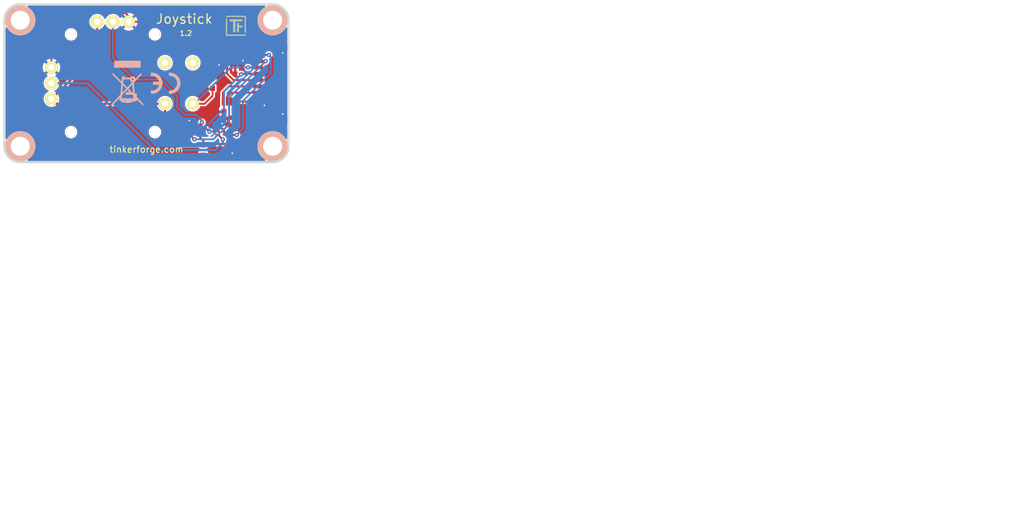
<source format=kicad_pcb>
(kicad_pcb (version 20221018) (generator pcbnew)
  (title_block (title "Joystick Bricklet") (date "18 jan 2013") (rev "1.1") (company "Tinkerforge GmbH") (comment 1 "Licensed under CERN OHL v.1.1") (comment 2 "Copyright (©) 2011, B.Nordmeyer <bastian@tinkerforge.com>"))
  (layers (0 "F.Cu" signal "Vorderseite") (31 "B.Cu" signal "Rückseite") (34 "B.Paste" user) (35 "F.Paste" user) (36 "B.SilkS" user "B.Silkscreen") (37 "F.SilkS" user "F.Silkscreen") (38 "B.Mask" user) (39 "F.Mask" user) (44 "Edge.Cuts" user))
  (net 0 "")
  (net 1 "A1")
  (net 2 "A2")
  (net 3 "GND")
  (net 4 "IN_1")
  (net 5 "SCL")
  (net 6 "SDA")
  (net 7 "SWITCH")
  (net 8 "VCC")
  (net 9 "X")
  (net 10 "Y")
  (net 11 "Net-(P1-Pad1)")
  (net 12 "Net-(P1-Pad6)")
  (net 13 "Net-(U1-Pad7)")
  (footprint "kicad-libraries:Joystick_Button" (layer "F.Cu") (at 138.82116 97.99828 90)
    (fp_text reference "U3")
    (fp_text value "JOYSTICK_BUTTON")
    (pad "" thru_hole circle (at -7.74954 -6.64972 90) (size 1.50114 1.50114) (drill 1.50114) (layers "*.Cu" "*.Mask" "F.SilkS"))
    (pad "" thru_hole circle (at -7.74954 6.64972 90) (size 1.50114 1.50114) (drill 1.50114) (layers "*.Cu" "*.Mask" "F.SilkS"))
    (pad "" thru_hole circle (at 3.2512 8.24992 90) (size 1.99898 1.99898) (drill 1.00076) (layers "*.Cu" "*.Mask" "F.SilkS"))
    (pad "" thru_hole circle (at 3.2512 12.6492 90) (size 1.99898 1.99898) (drill 1.00076) (layers "*.Cu" "*.Mask" "F.SilkS"))
    (pad "" thru_hole circle (at 7.74954 -6.64972 90) (size 1.50114 1.50114) (drill 1.50114) (layers "*.Cu" "*.Mask" "F.SilkS"))
    (pad "" thru_hole circle (at 7.74954 6.64972 90) (size 1.50114 1.50114) (drill 1.50114) (layers "*.Cu" "*.Mask" "F.SilkS"))
    (pad "SW1" thru_hole circle (at -3.2512 8.24992 90) (size 1.99898 1.99898) (drill 1.00076) (layers "*.Cu" "*.Mask" "F.SilkS") (net 8 "VCC"))
    (pad "SW2" thru_hole circle (at -3.2512 12.6492 90) (size 1.99898 1.99898) (drill 1.00076) (layers "*.Cu" "*.Mask" "F.SilkS") (net 7 "SWITCH"))
    (pad "X1" thru_hole circle (at 9.75106 -2.49936 90) (size 1.99898 1.99898) (drill 1.00076) (layers "*.Cu" "*.Mask" "F.SilkS") (net 8 "VCC"))
    (pad "X2" thru_hole circle (at 9.75106 0 90) (size 1.99898 1.99898) (drill 1.00076) (layers "*.Cu" "*.Mask" "F.SilkS") (net 9 "X"))
    (pad "X3" thru_hole circle (at 9.75106 2.49936 90) (size 1.99898 1.99898) (drill 1.00076) (layers "*.Cu" "*.Mask" "F.SilkS") (net 3 "GND"))
    (pad "Y1" thru_hole circle (at -2.49936 -9.75106 90) (size 1.99898 1.99898) (drill 1.00076) (layers "*.Cu" "*.Mask" "F.SilkS") (net 8 "VCC"))
    (pad "Y2" thru_hole circle (at 0 -9.75106 90) (size 1.99898 1.99898) (drill 1.00076) (layers "*.Cu" "*.Mask" "F.SilkS") (net 10 "Y"))
    (pad "Y3" thru_hole circle (at 2.49936 -9.75106 90) (size 1.99898 1.99898) (drill 1.00076) (layers "*.Cu" "*.Mask" "F.SilkS") (net 3 "GND"))
  )
  (footprint "kicad-libraries:Logo_31x31" (layer "F.Cu") (at 156.72054 87.2998)
    (fp_text reference "Ref**" hide)
    (fp_text value "Val**" hide)
  )
  (footprint "kicad-libraries:Fiducial_Mark" (layer "F.Cu") (at 160.62452 108.99902)
    (fp_text reference "Fiducial_Mark" hide)
    (fp_text value "VAL**" hide)
    (pad "1" smd circle (at 0 0) (size 1.00076 1.00076) (layers "F.Cu" "F.Paste" "F.Mask") (clearance 0.65024))
  )
  (footprint "kicad-libraries:Fiducial_Mark" (layer "F.Cu") (at 123.22556 91.69908)
    (fp_text reference "Fiducial_Mark" hide)
    (fp_text value "VAL**" hide)
    (pad "1" smd circle (at 0 0) (size 1.00076 1.00076) (layers "F.Cu" "F.Paste" "F.Mask") (clearance 0.65024))
  )
  (footprint "C0603" (layer "F.Cu") (at 157.22092 102.49916)
    (fp_text reference "C1")
    (fp_text value "100nF")
    (pad "1" smd rect (at -0.8001 0) (size 0.8001 0.8001) (layers "F.Cu" "F.Paste" "F.Mask") (net 3 "GND"))
    (pad "2" smd rect (at 0.8001 0) (size 0.8001 0.8001) (layers "F.Cu" "F.Paste" "F.Mask") (net 8 "VCC"))
  )
  (footprint "C0603" (layer "F.Cu") (at 153.12644 108.60024 90)
    (fp_text reference "C2")
    (fp_text value "1µF")
    (pad "1" smd rect (at -0.8001 0 90) (size 0.8001 0.8001) (layers "F.Cu" "F.Paste" "F.Mask") (net 3 "GND"))
    (pad "2" smd rect (at 0.8001 0 90) (size 0.8001 0.8001) (layers "F.Cu" "F.Paste" "F.Mask") (net 8 "VCC"))
  )
  (footprint "CON-SENSOR" (layer "F.Cu") (at 166.62146 97.99828 90)
    (fp_text reference "P1")
    (fp_text value "CON-SENSOR")
    (pad "1" smd rect (at -4.50088 -4.7752 90) (size 0.59944 1.5494) (layers "F.Cu" "F.Paste" "F.Mask") (net 11 "Net-(P1-Pad1)"))
    (pad "2" smd rect (at -3.50012 -4.7752 90) (size 0.59944 1.5494) (layers "F.Cu" "F.Paste" "F.Mask") (net 3 "GND"))
    (pad "3" smd rect (at -2.49936 -4.7752 90) (size 0.59944 1.5494) (layers "F.Cu" "F.Paste" "F.Mask") (net 8 "VCC"))
    (pad "4" smd rect (at -1.50114 -4.7752 90) (size 0.59944 1.5494) (layers "F.Cu" "F.Paste" "F.Mask") (net 5 "SCL"))
    (pad "5" smd rect (at -0.50038 -4.7752 90) (size 0.59944 1.5494) (layers "F.Cu" "F.Paste" "F.Mask") (net 6 "SDA"))
    (pad "6" smd rect (at 0.50038 -4.7752 90) (size 0.59944 1.5494) (layers "F.Cu" "F.Paste" "F.Mask") (net 12 "Net-(P1-Pad6)"))
    (pad "7" smd rect (at 1.50114 -4.7752 90) (size 0.59944 1.5494) (layers "F.Cu" "F.Paste" "F.Mask") (net 4 "IN_1"))
    (pad "8" smd rect (at 2.49936 -4.7752 90) (size 0.59944 1.5494) (layers "F.Cu" "F.Paste" "F.Mask") (net 7 "SWITCH"))
    (pad "9" smd rect (at 3.50012 -4.7752 90) (size 0.59944 1.5494) (layers "F.Cu" "F.Paste" "F.Mask") (net 1 "A1"))
    (pad "10" smd rect (at 4.50088 -4.7752 90) (size 0.59944 1.5494) (layers "F.Cu" "F.Paste" "F.Mask") (net 2 "A2"))
    (pad "EP" smd rect (at -5.79882 -0.89916 90) (size 1.19888 1.80086) (layers "F.Cu" "F.Paste" "F.Mask") (net 3 "GND"))
    (pad "EP" smd rect (at 5.79882 -0.89916 90) (size 1.19888 1.80086) (layers "F.Cu" "F.Paste" "F.Mask") (net 3 "GND"))
  )
  (footprint "R0603" (layer "F.Cu") (at 157.099 105.39984 90)
    (fp_text reference "R1")
    (fp_text value "10k")
    (pad "1" smd rect (at -0.8001 0 90) (size 0.8001 0.8001) (layers "F.Cu" "F.Paste" "F.Mask") (net 2 "A2"))
    (pad "2" smd rect (at 0.8001 0 90) (size 0.8001 0.8001) (layers "F.Cu" "F.Paste" "F.Mask") (net 3 "GND"))
  )
  (footprint "R0603" (layer "F.Cu") (at 150.89886 105.39984 90)
    (fp_text reference "R2")
    (fp_text value "10k")
    (pad "1" smd rect (at -0.8001 0 90) (size 0.8001 0.8001) (layers "F.Cu" "F.Paste" "F.Mask") (net 1 "A1"))
    (pad "2" smd rect (at 0.8001 0 90) (size 0.8001 0.8001) (layers "F.Cu" "F.Paste" "F.Mask") (net 3 "GND"))
  )
  (footprint "R0603" (layer "F.Cu") (at 154.59964 98.00082 90)
    (fp_text reference "R3")
    (fp_text value "10k")
    (pad "1" smd rect (at -0.8001 0 90) (size 0.8001 0.8001) (layers "F.Cu" "F.Paste" "F.Mask") (net 7 "SWITCH"))
    (pad "2" smd rect (at 0.8001 0 90) (size 0.8001 0.8001) (layers "F.Cu" "F.Paste" "F.Mask") (net 3 "GND"))
  )
  (footprint "TSSOP8" (layer "F.Cu") (at 157.22092 97.99828 180)
    (fp_text reference "U1")
    (fp_text value "M24C64")
    (pad "1" smd rect (at -0.97282 2.89814) (size 0.39878 1.29794) (layers "F.Cu" "F.Paste" "F.Mask") (net 3 "GND"))
    (pad "2" smd rect (at -0.32258 2.89814) (size 0.39878 1.29794) (layers "F.Cu" "F.Paste" "F.Mask") (net 3 "GND"))
    (pad "3" smd rect (at 0.32258 2.89814) (size 0.39878 1.29794) (layers "F.Cu" "F.Paste" "F.Mask") (net 12 "Net-(P1-Pad6)"))
    (pad "4" smd rect (at 0.97282 2.89814) (size 0.39878 1.29794) (layers "F.Cu" "F.Paste" "F.Mask") (net 3 "GND"))
    (pad "5" smd rect (at 0.97282 -2.89814 180) (size 0.39878 1.29794) (layers "F.Cu" "F.Paste" "F.Mask") (net 6 "SDA"))
    (pad "6" smd rect (at 0.32258 -2.89814 180) (size 0.39878 1.29794) (layers "F.Cu" "F.Paste" "F.Mask") (net 5 "SCL"))
    (pad "7" smd rect (at -0.32258 -2.89814 180) (size 0.39878 1.29794) (layers "F.Cu" "F.Paste" "F.Mask") (net 13 "Net-(U1-Pad7)"))
    (pad "8" smd rect (at -0.97282 -2.89814 180) (size 0.39878 1.29794) (layers "F.Cu" "F.Paste" "F.Mask") (net 8 "VCC"))
  )
  (footprint "VSSOP8" (layer "F.Cu") (at 154.02052 105.3973 90)
    (fp_text reference "U2")
    (fp_text value "NC7WB66K8X")
    (pad "1" smd rect (at -0.7493 1.37414 270) (size 0.29972 0.7493) (layers "F.Cu" "F.Paste" "F.Mask") (net 10 "Y"))
    (pad "2" smd rect (at -0.24892 1.37414 270) (size 0.29972 0.7493) (layers "F.Cu" "F.Paste" "F.Mask") (net 4 "IN_1"))
    (pad "3" smd rect (at 0.24892 1.37414 270) (size 0.29972 0.7493) (layers "F.Cu" "F.Paste" "F.Mask") (net 2 "A2"))
    (pad "4" smd rect (at 0.7493 1.37414 270) (size 0.29972 0.7493) (layers "F.Cu" "F.Paste" "F.Mask") (net 3 "GND"))
    (pad "5" smd rect (at 0.7493 -1.37414 90) (size 0.29972 0.7493) (layers "F.Cu" "F.Paste" "F.Mask") (net 9 "X"))
    (pad "6" smd rect (at 0.24892 -1.37414 90) (size 0.29972 0.7493) (layers "F.Cu" "F.Paste" "F.Mask") (net 4 "IN_1"))
    (pad "7" smd rect (at -0.24892 -1.37414 90) (size 0.29972 0.7493) (layers "F.Cu" "F.Paste" "F.Mask") (net 1 "A1"))
    (pad "8" smd rect (at -0.7493 -1.37414 90) (size 0.29972 0.7493) (layers "F.Cu" "F.Paste" "F.Mask") (net 8 "VCC"))
  )
  (footprint "DRILL_NP" (layer "F.Cu") (at 164.1221 87.9983)
    (fp_text reference "U4" hide)
    (fp_text value "DRILL" hide)
    (pad "" np_thru_hole circle (at 0 0) (size 2.99974 2.99974) (drill 2.99974) (layers "*.Cu" "*.Mask" "F.SilkS") (clearance 0.89916))
  )
  (footprint "DRILL_NP" (layer "F.Cu") (at 164.1221 107.99826)
    (fp_text reference "U5" hide)
    (fp_text value "DRILL" hide)
    (pad "" np_thru_hole circle (at 0 0) (size 2.99974 2.99974) (drill 2.99974) (layers "*.Cu" "*.Mask" "F.SilkS") (clearance 0.89916))
  )
  (footprint "DRILL_NP" (layer "F.Cu") (at 124.12218 107.99826)
    (fp_text reference "U6" hide)
    (fp_text value "DRILL" hide)
    (pad "" np_thru_hole circle (at 0 0) (size 2.99974 2.99974) (drill 2.99974) (layers "*.Cu" "*.Mask" "F.SilkS") (clearance 0.89916))
  )
  (footprint "DRILL_NP" (layer "F.Cu") (at 124.12218 87.9983)
    (fp_text reference "U7" hide)
    (fp_text value "DRILL" hide)
    (pad "" np_thru_hole circle (at 0 0) (size 2.99974 2.99974) (drill 2.99974) (layers "*.Cu" "*.Mask" "F.SilkS") (clearance 0.89916))
  )
  (footprint "kicad-libraries:WEEE_7mm" (layer "B.Cu") (at 141.125 98)
    (fp_text reference "VAL" hide)
    (fp_text value "WEEE_7mm" hide)
  )
  (footprint "kicad-libraries:CE_5mm" (layer "B.Cu") (at 147.125 98 180)
    (fp_text reference "VAL" hide)
    (fp_text value "CE_5mm" hide)
  )
  (gr_line (start 124.12218 110.49762) (end 164.1221 110.49762) (stroke (width 0.381)) (layer "Edge.Cuts"))
  (gr_arc (start 121.62282 87.9983) (mid 122.354866 86.230986) (end 124.12218 85.49894) (stroke (width 0.381)) (layer "Edge.Cuts"))
  (gr_line (start 164.1221 85.49894) (end 124.12218 85.49894) (stroke (width 0.381)) (layer "Edge.Cuts"))
  (gr_line (start 121.62282 87.9983) (end 121.62282 107.99826) (stroke (width 0.381)) (layer "Edge.Cuts"))
  (gr_line (start 166.62146 87.9983) (end 166.62146 107.99826) (stroke (width 0.381)) (layer "Edge.Cuts"))
  (gr_arc (start 166.62146 107.99826) (mid 165.889414 109.765574) (end 164.1221 110.49762) (stroke (width 0.381)) (layer "Edge.Cuts"))
  (gr_arc (start 164.1221 85.49894) (mid 165.889414 86.230986) (end 166.62146 87.9983) (stroke (width 0.381)) (layer "Edge.Cuts"))
  (gr_arc (start 124.12218 110.49762) (mid 122.354866 109.765574) (end 121.62282 107.99826) (stroke (width 0.381)) (layer "Edge.Cuts"))
  (gr_text "tinkerforge.com" (at 144.12214 108.49864) (layer "F.SilkS") (effects (font (size 1.00076 1.00076) (thickness 0.14986))))
  (gr_text "1.2" (at 150.37054 90.07348) (layer "F.SilkS") (effects (font (size 0.8001 0.8001) (thickness 0.14986))))
  (gr_text "Joystick" (at 150.12162 87.80018) (layer "F.SilkS") (effects (font (size 1.50114 1.50114) (thickness 0.20066))))
  (segment (start 151.72182 106.89844) (end 151.02078 106.1974) (width 0.29972) (layer "F.Cu") (net 1))
  (segment (start 152.64638 105.64622) (end 151.4729 105.64622) (width 0.29972) (layer "F.Cu") (net 1))
  (segment (start 161.84626 94.49816) (end 163.02228 94.49816) (width 0.29972) (layer "F.Cu") (net 1))
  (segment (start 151.4729 105.64622) (end 150.92172 106.1974) (width 0.29972) (layer "F.Cu") (net 1))
  (segment (start 151.02078 106.1974) (end 150.92172 106.1974) (width 0.29972) (layer "F.Cu") (net 1))
  (via (at 163.02228 94.49816) (size 0.70104) (drill 0.24892) (layers "F.Cu" "B.Cu") (net 1))
  (via (at 151.72182 106.89844) (size 0.70104) (drill 0.24892) (layers "F.Cu" "B.Cu") (net 1))
  (segment (start 157.22092 100.29952) (end 157.22092 104.50068) (width 0.29972) (layer "B.Cu") (net 1))
  (segment (start 155.92298 105.79862) (end 155.82138 105.79862) (width 0.29972) (layer "B.Cu") (net 1))
  (segment (start 155.82138 105.79862) (end 154.72156 106.89844) (width 0.29972) (layer "B.Cu") (net 1))
  (segment (start 157.22092 104.50068) (end 155.92298 105.79862) (width 0.29972) (layer "B.Cu") (net 1))
  (segment (start 163.02228 94.49816) (end 157.22092 100.29952) (width 0.29972) (layer "B.Cu") (net 1))
  (segment (start 154.72156 106.89844) (end 151.72182 106.89844) (width 0.29972) (layer "B.Cu") (net 1))
  (segment (start 156.0703 105.14838) (end 156.42082 105.4989) (width 0.29972) (layer "F.Cu") (net 2))
  (segment (start 156.62148 106.1974) (end 157.12186 106.1974) (width 0.29972) (layer "F.Cu") (net 2))
  (segment (start 163.52012 93.4974) (end 163.52266 93.49994) (width 0.29972) (layer "F.Cu") (net 2))
  (segment (start 158.4198 106.1974) (end 157.12186 106.1974) (width 0.29972) (layer "F.Cu") (net 2))
  (segment (start 156.42082 105.99674) (end 156.62148 106.1974) (width 0.29972) (layer "F.Cu") (net 2))
  (segment (start 161.84626 93.4974) (end 163.52012 93.4974) (width 0.29972) (layer "F.Cu") (net 2))
  (segment (start 155.39466 105.14838) (end 156.0703 105.14838) (width 0.29972) (layer "F.Cu") (net 2))
  (segment (start 156.42082 105.4989) (end 156.42082 105.99674) (width 0.29972) (layer "F.Cu") (net 2))
  (segment (start 158.42234 106.19994) (end 158.4198 106.1974) (width 0.29972) (layer "F.Cu") (net 2))
  (via (at 158.42234 106.19994) (size 0.70104) (drill 0.24892) (layers "F.Cu" "B.Cu") (net 2))
  (via (at 163.52266 93.49994) (size 0.70104) (drill 0.24892) (layers "F.Cu" "B.Cu") (net 2))
  (segment (start 163.82238 96.39808) (end 159.42056 100.7999) (width 0.29972) (layer "B.Cu") (net 2))
  (segment (start 163.52266 93.49994) (end 163.82238 93.79966) (width 0.29972) (layer "B.Cu") (net 2))
  (segment (start 163.82238 93.79966) (end 163.82238 96.39808) (width 0.29972) (layer "B.Cu") (net 2))
  (segment (start 159.42056 105.20172) (end 158.42234 106.19994) (width 0.29972) (layer "B.Cu") (net 2))
  (segment (start 159.42056 100.7999) (end 159.42056 105.20172) (width 0.29972) (layer "B.Cu") (net 2))
  (segment (start 156.42082 102.49916) (end 156.42082 104.09936) (width 0.29972) (layer "F.Cu") (net 3))
  (segment (start 156.2481 95.10014) (end 155.62072 95.10014) (width 0.29972) (layer "F.Cu") (net 3))
  (segment (start 153.22042 97.19818) (end 154.6225 97.19818) (width 0.29972) (layer "F.Cu") (net 3))
  (segment (start 156.42082 104.09936) (end 156.1211 104.39908) (width 0.29972) (layer "F.Cu") (net 3))
  (segment (start 150.00224 99.49688) (end 150.92172 99.49688) (width 0.29972) (layer "F.Cu") (net 3))
  (segment (start 157.5435 95.10014) (end 158.19374 95.10014) (width 0.29972) (layer "F.Cu") (net 3))
  (segment (start 165.7223 92.19946) (end 165.7223 93.20022) (width 0.29972) (layer "F.Cu") (net 3))
  (segment (start 158.71952 95.10014) (end 159.42056 94.3991) (width 0.29972) (layer "F.Cu") (net 3))
  (segment (start 149.6695 88.24722) (end 141.32052 88.24722) (width 0.29972) (layer "F.Cu") (net 3))
  (segment (start 129.0701 89.34704) (end 129.0701 95.49892) (width 0.29972) (layer "F.Cu") (net 3))
  (segment (start 141.32052 87.39886) (end 140.41882 86.49716) (width 0.29972) (layer "F.Cu") (net 3))
  (segment (start 149.1996 102.79888) (end 149.1996 100.29952) (width 0.29972) (layer "F.Cu") (net 3))
  (segment (start 140.41882 86.49716) (end 131.91998 86.49716) (width 0.29972) (layer "F.Cu") (net 3))
  (segment (start 155.62072 95.10014) (end 154.6225 95.10014) (width 0.29972) (layer "F.Cu") (net 3))
  (segment (start 157.42666 109.40034) (end 157.72638 109.10062) (width 0.29972) (layer "F.Cu") (net 3))
  (segment (start 141.32052 88.24722) (end 141.32052 87.39886) (width 0.29972) (layer "F.Cu") (net 3))
  (segment (start 161.84626 101.4984) (end 162.82162 101.4984) (width 0.29972) (layer "F.Cu") (net 3))
  (segment (start 150.92172 99.49688) (end 153.22042 97.19818) (width 0.29972) (layer "F.Cu") (net 3))
  (segment (start 154.6225 95.10014) (end 154.6225 97.19818) (width 0.29972) (layer "F.Cu") (net 3))
  (segment (start 150.29942 103.8987) (end 149.1996 102.79888) (width 0.29972) (layer "F.Cu") (net 3))
  (segment (start 154.6225 93.20022) (end 149.6695 88.24722) (width 0.29972) (layer "F.Cu") (net 3))
  (segment (start 150.92172 103.8987) (end 150.29942 103.8987) (width 0.29972) (layer "F.Cu") (net 3))
  (segment (start 153.12644 109.40034) (end 157.42666 109.40034) (width 0.29972) (layer "F.Cu") (net 3))
  (segment (start 150.92172 103.8987) (end 150.92172 104.5972) (width 0.29972) (layer "F.Cu") (net 3))
  (segment (start 155.39466 104.648) (end 155.87218 104.648) (width 0.29972) (layer "F.Cu") (net 3))
  (segment (start 165.7223 102.89794) (end 165.7223 103.7971) (width 0.29972) (layer "F.Cu") (net 3))
  (segment (start 155.87218 104.648) (end 156.1211 104.39908) (width 0.29972) (layer "F.Cu") (net 3))
  (segment (start 158.19374 95.10014) (end 158.71952 95.10014) (width 0.29972) (layer "F.Cu") (net 3))
  (segment (start 154.6225 95.10014) (end 154.6225 93.20022) (width 0.29972) (layer "F.Cu") (net 3))
  (segment (start 157.12186 104.5972) (end 156.31922 104.5972) (width 0.29972) (layer "F.Cu") (net 3))
  (segment (start 149.1996 100.29952) (end 150.00224 99.49688) (width 0.29972) (layer "F.Cu") (net 3))
  (segment (start 131.91998 86.49716) (end 129.0701 89.34704) (width 0.29972) (layer "F.Cu") (net 3))
  (segment (start 156.31922 104.5972) (end 156.1211 104.39908) (width 0.29972) (layer "F.Cu") (net 3))
  (via (at 165.7223 93.20022) (size 0.70104) (drill 0.24892) (layers "F.Cu" "B.Cu") (net 3))
  (via (at 157.72638 109.10062) (size 0.70104) (drill 0.24892) (layers "F.Cu" "B.Cu") (net 3))
  (via (at 156.1211 104.39908) (size 0.70104) (drill 0.24892) (layers "F.Cu" "B.Cu") (net 3))
  (via (at 162.82162 101.4984) (size 0.70104) (drill 0.24892) (layers "F.Cu" "B.Cu") (net 3))
  (via (at 165.7223 102.89794) (size 0.70104) (drill 0.24892) (layers "F.Cu" "B.Cu") (net 3))
  (via (at 150.92172 103.8987) (size 0.70104) (drill 0.24892) (layers "F.Cu" "B.Cu") (net 3))
  (via (at 159.42056 94.3991) (size 0.70104) (drill 0.24892) (layers "F.Cu" "B.Cu") (net 3))
  (via (at 155.62072 95.10014) (size 0.70104) (drill 0.24892) (layers "F.Cu" "B.Cu") (net 3))
  (segment (start 165.7223 100.50018) (end 165.7223 101.4984) (width 0.29972) (layer "B.Cu") (net 3))
  (segment (start 157.72638 109.10062) (end 159.72536 109.10062) (width 0.29972) (layer "B.Cu") (net 3))
  (segment (start 165.7223 93.20022) (end 165.7223 100.50018) (width 0.29972) (layer "B.Cu") (net 3))
  (segment (start 165.6207 101.4984) (end 165.7223 101.4984) (width 0.29972) (layer "B.Cu") (net 3))
  (segment (start 159.52216 94.2975) (end 159.52216 92.40012) (width 0.29972) (layer "B.Cu") (net 3))
  (segment (start 161.1249 107.70108) (end 161.1249 105.20172) (width 0.29972) (layer "B.Cu") (net 3))
  (segment (start 165.7223 101.4984) (end 165.7223 102.89794) (width 0.29972) (layer "B.Cu") (net 3))
  (segment (start 161.1249 105.20172) (end 163.42868 102.89794) (width 0.29972) (layer "B.Cu") (net 3))
  (segment (start 162.82162 101.4984) (end 165.7223 101.4984) (width 0.29972) (layer "B.Cu") (net 3))
  (segment (start 159.52216 92.40012) (end 164.9222 92.40012) (width 0.29972) (layer "B.Cu") (net 3))
  (segment (start 165.7223 101.4984) (end 165.6207 101.4984) (width 0.29972) (layer "B.Cu") (net 3))
  (segment (start 163.42868 102.89794) (end 165.7223 102.89794) (width 0.29972) (layer "B.Cu") (net 3))
  (segment (start 155.62072 95.10014) (end 158.32074 92.40012) (width 0.29972) (layer "B.Cu") (net 3))
  (segment (start 159.72536 109.10062) (end 161.1249 107.70108) (width 0.29972) (layer "B.Cu") (net 3))
  (segment (start 159.42056 94.3991) (end 159.52216 94.2975) (width 0.29972) (layer "B.Cu") (net 3))
  (segment (start 158.32074 92.40012) (end 159.52216 92.40012) (width 0.29972) (layer "B.Cu") (net 3))
  (segment (start 164.9222 92.40012) (end 165.7223 93.20022) (width 0.29972) (layer "B.Cu") (net 3))
  (segment (start 154.06878 105.64622) (end 154.02052 105.59796) (width 0.29972) (layer "F.Cu") (net 4))
  (segment (start 154.02052 105.59796) (end 154.06878 105.64622) (width 0.29972) (layer "F.Cu") (net 4))
  (segment (start 153.57094 105.14838) (end 154.02052 105.59796) (width 0.29972) (layer "F.Cu") (net 4))
  (segment (start 154.12212 105.69956) (end 154.06878 105.64622) (width 0.29972) (layer "F.Cu") (net 4))
  (segment (start 155.39466 105.64622) (end 154.06878 105.64622) (width 0.29972) (layer "F.Cu") (net 4))
  (segment (start 159.22244 96.49714) (end 159.12084 96.59874) (width 0.29972) (layer "F.Cu") (net 4))
  (segment (start 161.84626 96.49714) (end 159.22244 96.49714) (width 0.29972) (layer "F.Cu") (net 4))
  (segment (start 154.06878 105.64622) (end 154.02052 105.59796) (width 0.29972) (layer "F.Cu") (net 4))
  (segment (start 152.64638 105.14838) (end 153.57094 105.14838) (width 0.29972) (layer "F.Cu") (net 4))
  (via (at 159.12084 96.59874) (size 0.70104) (drill 0.24892) (layers "F.Cu" "B.Cu") (net 4))
  (via (at 154.12212 105.69956) (size 0.70104) (drill 0.24892) (layers "F.Cu" "B.Cu") (net 4))
  (segment (start 156.42082 101.99878) (end 154.12212 104.29748) (width 0.29972) (layer "B.Cu") (net 4))
  (segment (start 159.12084 96.59874) (end 156.42082 99.29876) (width 0.29972) (layer "B.Cu") (net 4))
  (segment (start 154.12212 104.29748) (end 154.12212 105.69956) (width 0.29972) (layer "B.Cu") (net 4))
  (segment (start 156.42082 99.29876) (end 156.42082 101.99878) (width 0.29972) (layer "B.Cu") (net 4))
  (segment (start 157.52064 99.49942) (end 156.89834 100.12172) (width 0.29972) (layer "F.Cu") (net 5))
  (segment (start 156.89834 100.12172) (end 156.89834 100.89642) (width 0.29972) (layer "F.Cu") (net 5))
  (segment (start 161.84626 99.49942) (end 157.52064 99.49942) (width 0.29972) (layer "F.Cu") (net 5))
  (segment (start 161.84626 98.49866) (end 157.22092 98.49866) (width 0.29972) (layer "F.Cu") (net 6))
  (segment (start 156.2481 99.47148) (end 156.2481 100.89642) (width 0.29972) (layer "F.Cu") (net 6))
  (segment (start 157.22092 98.49866) (end 156.2481 99.47148) (width 0.29972) (layer "F.Cu") (net 6))
  (segment (start 153.34996 101.24948) (end 154.59964 99.9998) (width 0.29972) (layer "F.Cu") (net 7))
  (segment (start 161.84626 95.49892) (end 160.22066 95.49892) (width 0.29972) (layer "F.Cu") (net 7))
  (segment (start 154.59964 99.9998) (end 154.59964 98.80092) (width 0.29972) (layer "F.Cu") (net 7))
  (segment (start 151.47036 101.24948) (end 153.34996 101.24948) (width 0.29972) (layer "F.Cu") (net 7))
  (via (at 160.22066 95.49892) (size 0.70104) (drill 0.24892) (layers "F.Cu" "B.Cu") (net 7))
  (segment (start 151.7523 101.24948) (end 151.47036 101.24948) (width 0.29972) (layer "B.Cu") (net 7))
  (segment (start 157.50286 95.49892) (end 151.7523 101.24948) (width 0.29972) (layer "B.Cu") (net 7))
  (segment (start 157.52064 95.49892) (end 157.50286 95.49892) (width 0.29972) (layer "B.Cu") (net 7))
  (segment (start 160.22066 95.49892) (end 157.52064 95.49892) (width 0.29972) (layer "B.Cu") (net 7))
  (segment (start 149.42312 107.80014) (end 149.42058 107.7976) (width 0.29972) (layer "F.Cu") (net 8))
  (segment (start 153.12644 107.80014) (end 149.42312 107.80014) (width 0.29972) (layer "F.Cu") (net 8))
  (segment (start 160.22066 106.39806) (end 160.22066 106.4006) (width 0.29972) (layer "F.Cu") (net 8))
  (segment (start 161.84626 100.49764) (end 160.62198 100.49764) (width 0.29972) (layer "F.Cu") (net 8))
  (segment (start 153.12644 107.10164) (end 152.64638 106.62158) (width 0.29972) (layer "F.Cu") (net 8))
  (segment (start 152.64638 106.62158) (end 152.64638 106.1466) (width 0.29972) (layer "F.Cu") (net 8))
  (segment (start 153.12898 107.7976) (end 153.12644 107.80014) (width 0.29972) (layer "F.Cu") (net 8))
  (segment (start 129.82194 101.24948) (end 129.0701 100.49764) (width 0.29972) (layer "F.Cu") (net 8))
  (segment (start 160.62198 100.49764) (end 160.2232 100.89642) (width 0.29972) (layer "F.Cu") (net 8))
  (segment (start 153.12644 107.80014) (end 153.12644 107.10164) (width 0.29972) (layer "F.Cu") (net 8))
  (segment (start 158.19374 100.89642) (end 158.19374 102.32644) (width 0.29972) (layer "F.Cu") (net 8))
  (segment (start 136.3218 88.24722) (end 136.3218 93.30182) (width 0.29972) (layer "F.Cu") (net 8))
  (segment (start 130.72618 98.89744) (end 130.6703 98.89744) (width 0.29972) (layer "F.Cu") (net 8))
  (segment (start 136.3218 93.30182) (end 130.72618 98.89744) (width 0.29972) (layer "F.Cu") (net 8))
  (segment (start 158.19374 102.32644) (end 158.02102 102.49916) (width 0.29972) (layer "F.Cu") (net 8))
  (segment (start 160.2232 100.89642) (end 158.19374 100.89642) (width 0.29972) (layer "F.Cu") (net 8))
  (segment (start 147.07108 105.4481) (end 149.42058 107.7976) (width 0.29972) (layer "F.Cu") (net 8))
  (segment (start 153.89606 107.7976) (end 154.05862 107.63504) (width 0.29972) (layer "F.Cu") (net 8))
  (segment (start 160.2232 100.89642) (end 160.2232 106.39806) (width 0.29972) (layer "F.Cu") (net 8))
  (segment (start 130.6703 98.89744) (end 129.0701 100.49764) (width 0.29972) (layer "F.Cu") (net 8))
  (segment (start 160.2232 106.39806) (end 160.22066 106.39806) (width 0.29972) (layer "F.Cu") (net 8))
  (segment (start 154.05862 107.63504) (end 158.98622 107.63504) (width 0.29972) (layer "F.Cu") (net 8))
  (segment (start 147.07108 101.24948) (end 129.82194 101.24948) (width 0.29972) (layer "F.Cu") (net 8))
  (segment (start 153.89606 107.7976) (end 153.12898 107.7976) (width 0.29972) (layer "F.Cu") (net 8))
  (segment (start 147.07108 105.4481) (end 147.07108 101.24948) (width 0.29972) (layer "F.Cu") (net 8))
  (segment (start 158.98622 107.63504) (end 160.22066 106.4006) (width 0.29972) (layer "F.Cu") (net 8))
  (segment (start 152.64638 104.47274) (end 152.64638 104.648) (width 0.29972) (layer "F.Cu") (net 9))
  (segment (start 152.64638 104.47274) (end 152.9207 104.19842) (width 0.29972) (layer "F.Cu") (net 9))
  (via (at 152.9207 104.19842) (size 0.70104) (drill 0.24892) (layers "F.Cu" "B.Cu") (net 9))
  (segment (start 146.12112 97.39884) (end 142.22222 97.39884) (width 0.29972) (layer "B.Cu") (net 9))
  (segment (start 152.9207 103.92156) (end 151.99868 102.99954) (width 0.29972) (layer "B.Cu") (net 9))
  (segment (start 138.82116 88.24722) (end 138.82116 93.99778) (width 0.29972) (layer "B.Cu") (net 9))
  (segment (start 151.99868 102.99954) (end 150.20036 102.99954) (width 0.29972) (layer "B.Cu") (net 9))
  (segment (start 146.39798 97.39884) (end 146.12112 97.39884) (width 0.29972) (layer "B.Cu") (net 9))
  (segment (start 148.99894 99.9998) (end 146.39798 97.39884) (width 0.29972) (layer "B.Cu") (net 9))
  (segment (start 148.99894 101.79812) (end 148.99894 99.9998) (width 0.29972) (layer "B.Cu") (net 9))
  (segment (start 142.22222 97.39884) (end 138.82116 93.99778) (width 0.29972) (layer "B.Cu") (net 9))
  (segment (start 152.9207 104.19842) (end 152.9207 103.92156) (width 0.29972) (layer "B.Cu") (net 9))
  (segment (start 150.20036 102.99954) (end 148.99894 101.79812) (width 0.29972) (layer "B.Cu") (net 9))
  (segment (start 155.47086 106.1466) (end 156.2227 106.89844) (width 0.29972) (layer "F.Cu") (net 10))
  (segment (start 155.39466 106.1466) (end 155.47086 106.1466) (width 0.29972) (layer "F.Cu") (net 10))
  (via (at 156.2227 106.89844) (size 0.70104) (drill 0.24892) (layers "F.Cu" "B.Cu") (net 10))
  (segment (start 134.82066 97.99828) (end 145.42008 108.5977) (width 0.40132) (layer "B.Cu") (net 10))
  (segment (start 155.12034 108.5977) (end 156.2227 107.49534) (width 0.40132) (layer "B.Cu") (net 10))
  (segment (start 145.42008 108.5977) (end 155.12034 108.5977) (width 0.40132) (layer "B.Cu") (net 10))
  (segment (start 156.2227 107.49534) (end 156.2227 106.89844) (width 0.40132) (layer "B.Cu") (net 10))
  (segment (start 129.0701 97.99828) (end 134.82066 97.99828) (width 0.40132) (layer "B.Cu") (net 10))
  (segment (start 157.91942 97.4979) (end 156.89834 96.47682) (width 0.29972) (layer "F.Cu") (net 12))
  (segment (start 156.89834 96.47682) (end 156.89834 95.10014) (width 0.29972) (layer "F.Cu") (net 12))
  (segment (start 161.84626 97.4979) (end 157.91942 97.4979) (width 0.29972) (layer "F.Cu") (net 12))
  (zone (net 3) (net_name "GND") (layer "F.Cu") (connect_pads (clearance 0.24892)) (min_thickness 0.24892) (fill yes (thermal_gap 0.39878) (thermal_bridge_width 0.39878))
    (polygon (pts (xy 166.62146 110.49762) (xy 166.62146 85.49894) (xy 121.62282 85.49894) (xy 121.62282 110.49762)))
  )
  (zone (net 3) (net_name "GND") (layer "B.Cu") (connect_pads (clearance 0.24892)) (min_thickness 0.24892) (fill yes (thermal_gap 0.39878) (thermal_bridge_width 0.39878))
    (polygon (pts (xy 166.62146 110.49762) (xy 166.62146 85.49894) (xy 121.62282 85.49894) (xy 121.62282 110.49762)))
  )
)
</source>
